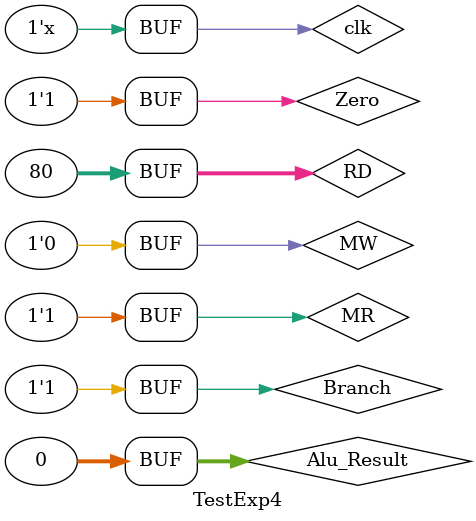
<source format=v>
`timescale 1ns / 1ps


module TestExp4;

	// Inputs
	reg clk;
	reg [0:31] RD;
	reg [0:31] Alu_Result;
	reg Zero;
	reg Branch;
	reg MW;
	reg MR;

	// Outputs
	wire PCsrc;
	wire [0:31] ReadData;

	// Instantiate the Unit Under Test (UUT)
	MainExp4 uut (.clk(clk),
		.RD(RD), 
		.Alu_Result(Alu_Result), 
		.Zero(Zero), 
		.Branch(Branch), 
		.MW(MW), 
		.MR(MR), 
		.PCsrc(PCsrc), 
		.ReadData(ReadData)
	);

	initial begin
		// Initialize Inputs
		RD = 0;
		clk = 0;
		Alu_Result = 0;
		Zero = 0;
		Branch = 0;
		MW = 0;
		MR = 0;

		// Wait 100 ns for global reset to finish
        
		// Add stimulus here

	end
	always
	 #100 clk = ~clk;
	 
	always
	
	begin
	#100 begin
	   MW = 1;
		RD = 32'd70;
		Zero = 1;
		Branch = 0;
	   MR = 0;
		Alu_Result = 32'd0;
	
	
	
	end
      #100 begin
		
	   MW = 1;
		RD = 32'd80;
		Zero = 1;
		Branch = 0;
	   MR = 0;
		Alu_Result = 32'd1;
	
	
	
	end
	#100 begin
	
	   MW = 0;
		RD = 32'd80;
		Zero = 1;
		Branch = 1;
	   MR = 1;
		Alu_Result = 32'd0;
	
	
	
	end
	end
      
endmodule


</source>
